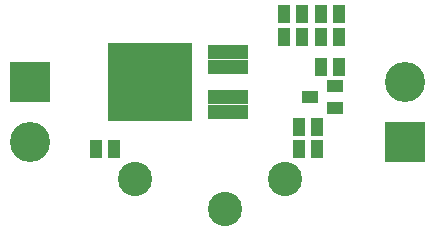
<source format=gts>
G04 #@! TF.FileFunction,Soldermask,Top*
%FSLAX46Y46*%
G04 Gerber Fmt 4.6, Leading zero omitted, Abs format (unit mm)*
G04 Created by KiCad (PCBNEW 4.0.4-stable) date Thu Oct  6 13:32:55 2016*
%MOMM*%
%LPD*%
G01*
G04 APERTURE LIST*
%ADD10C,0.100000*%
%ADD11R,7.199580X6.650940*%
%ADD12R,3.399740X1.210260*%
%ADD13R,3.400000X3.400000*%
%ADD14C,3.400000*%
%ADD15R,1.035000X1.543000*%
%ADD16C,2.899360*%
%ADD17R,1.400760X0.999440*%
G04 APERTURE END LIST*
D10*
D11*
X140970000Y-71755000D03*
D12*
X147568920Y-74295000D03*
X147568920Y-73025000D03*
X147568920Y-70485000D03*
X147568920Y-69215000D03*
D13*
X162560000Y-76835000D03*
D14*
X162560000Y-71755000D03*
D15*
X155448000Y-66040000D03*
X156972000Y-66040000D03*
X155448000Y-67945000D03*
X156972000Y-67945000D03*
D13*
X130810000Y-71755000D03*
D14*
X130810000Y-76835000D03*
D15*
X152273000Y-66040000D03*
X153797000Y-66040000D03*
X152273000Y-67945000D03*
X153797000Y-67945000D03*
X153543000Y-75565000D03*
X155067000Y-75565000D03*
X155448000Y-70485000D03*
X156972000Y-70485000D03*
D16*
X152400000Y-80010000D03*
X147320000Y-82550000D03*
X139700000Y-80010000D03*
D17*
X156631640Y-73977500D03*
X154518360Y-73025000D03*
X156631640Y-72072500D03*
D15*
X153543000Y-77470000D03*
X155067000Y-77470000D03*
X136398000Y-77470000D03*
X137922000Y-77470000D03*
M02*

</source>
